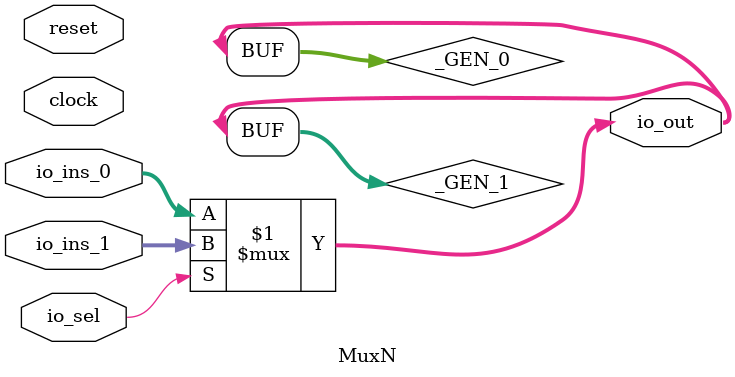
<source format=v>
module MuxN(
  input         clock,
  input         reset,
  input  [31:0] io_ins_0,
  input  [31:0] io_ins_1,
  input         io_sel,
  output [31:0] io_out
);
  wire [31:0] _GEN_0;
  wire [31:0] _GEN_1;
  assign io_out = _GEN_0;
  assign _GEN_0 = _GEN_1;
  assign _GEN_1 = io_sel ? io_ins_1 : io_ins_0;
endmodule
</source>
